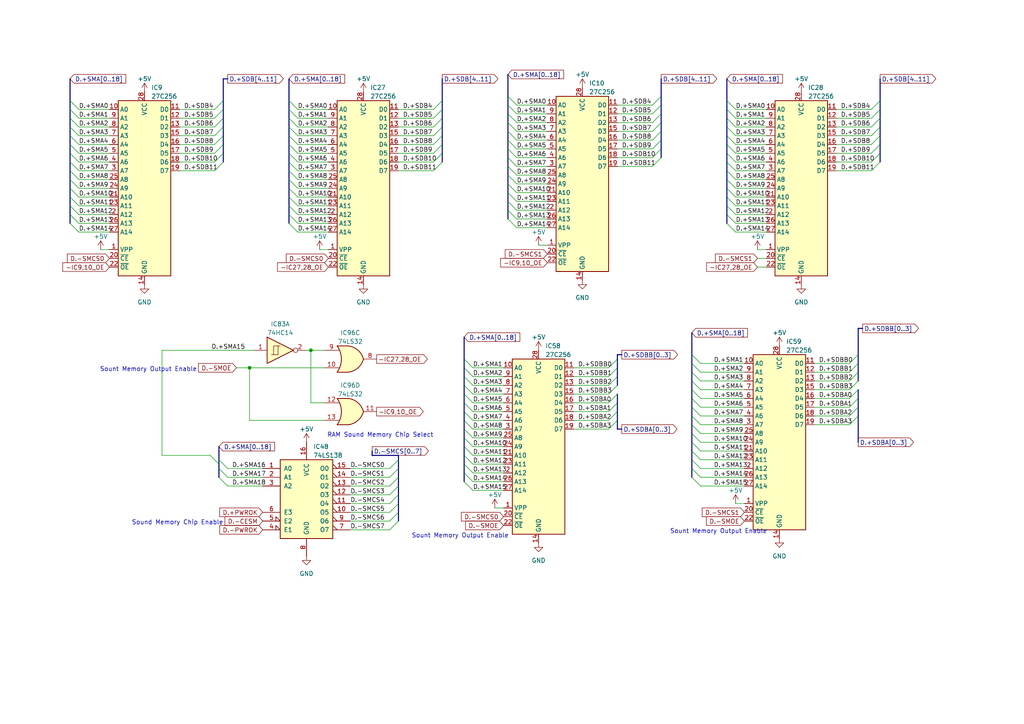
<source format=kicad_sch>
(kicad_sch (version 20230121) (generator eeschema)
  (paper "A4")
  (lib_symbols
    (symbol "74xx:74HC14" (pin_names (offset 1.016))
      (property "Reference" "U" (at 0 1.27 0))
      (property "Value" "74HC14" (at 0 -1.27 0))
      (symbol "74HC14_1_0"
        (pin input line (at -7.62 0 0) (length 3.81) (name "~") (number "1"))
        (pin output inverted (at 7.62 0 180) (length 3.81) (name "~") (number "2"))
      )
      (symbol "74HC14_2_0"
        (pin input line (at -7.62 0 0) (length 3.81) (name "~") (number "3"))
        (pin output inverted (at 7.62 0 180) (length 3.81) (name "~") (number "4"))
      )
      (symbol "74HC14_3_0"
        (pin input line (at -7.62 0 0) (length 3.81) (name "~") (number "5"))
        (pin output inverted (at 7.62 0 180) (length 3.81) (name "~") (number "6"))
      )
      (symbol "74HC14_4_0"
        (pin output inverted (at 7.62 0 180) (length 3.81) (name "~") (number "8"))
        (pin input line (at -7.62 0 0) (length 3.81) (name "~") (number "9"))
      )
      (symbol "74HC14_5_0"
        (pin output inverted (at 7.62 0 180) (length 3.81) (name "~") (number "10"))
        (pin input line (at -7.62 0 0) (length 3.81) (name "~") (number "11"))
      )
      (symbol "74HC14_6_0"
        (pin output inverted (at 7.62 0 180) (length 3.81) (name "~") (number "12"))
        (pin input line (at -7.62 0 0) (length 3.81) (name "~") (number "13"))
      )
      (symbol "74HC14_7_0"
        (pin power_in line (at 0 12.7 270) (length 5.08) (name "VCC") (number "14"))
        (pin power_in line (at 0 -12.7 90) (length 5.08) (name "GND") (number "7"))
      )
    )
    (symbol "74xx:74LS138" (pin_names (offset 1.016))
      (property "Reference" "U" (at -7.62 11.43 0))
      (property "Value" "74LS138" (at -7.62 -13.97 0))
      (symbol "74LS138_1_0"
        (pin input line (at -12.7 7.62 0) (length 5.08) (name "A0") (number "1"))
        (pin output output_low (at 12.7 -5.08 180) (length 5.08) (name "O5") (number "10"))
        (pin output output_low (at 12.7 -2.54 180) (length 5.08) (name "O4") (number "11"))
        (pin output output_low (at 12.7 0 180) (length 5.08) (name "O3") (number "12"))
        (pin output output_low (at 12.7 2.54 180) (length 5.08) (name "O2") (number "13"))
        (pin output output_low (at 12.7 5.08 180) (length 5.08) (name "O1") (number "14"))
        (pin output output_low (at 12.7 7.62 180) (length 5.08) (name "O0") (number "15"))
        (pin power_in line (at 0 15.24 270) (length 5.08) (name "VCC") (number "16"))
        (pin input line (at -12.7 5.08 0) (length 5.08) (name "A1") (number "2"))
        (pin input line (at -12.7 2.54 0) (length 5.08) (name "A2") (number "3"))
        (pin input input_low (at -12.7 -10.16 0) (length 5.08) (name "E1") (number "4"))
        (pin input input_low (at -12.7 -7.62 0) (length 5.08) (name "E2") (number "5"))
        (pin input line (at -12.7 -5.08 0) (length 5.08) (name "E3") (number "6"))
        (pin output output_low (at 12.7 -10.16 180) (length 5.08) (name "O7") (number "7"))
        (pin power_in line (at 0 -17.78 90) (length 5.08) (name "GND") (number "8"))
        (pin output output_low (at 12.7 -7.62 180) (length 5.08) (name "O6") (number "9"))
      )
    )
    (symbol "74xx:74LS32" (pin_names (offset 1.016))
      (property "Reference" "U" (at 0 1.27 0))
      (property "Value" "74LS32" (at 0 -1.27 0))
      (symbol "74LS32_1_1"
        (pin input line (at -7.62 2.54 0) (length 4.318) (name "~") (number "1"))
        (pin input line (at -7.62 -2.54 0) (length 4.318) (name "~") (number "2"))
        (pin output line (at 7.62 0 180) (length 3.81) (name "~") (number "3"))
      )
      (symbol "74LS32_1_2"
        (pin input inverted (at -7.62 2.54 0) (length 3.81) (name "~") (number "1"))
        (pin input inverted (at -7.62 -2.54 0) (length 3.81) (name "~") (number "2"))
        (pin output inverted (at 7.62 0 180) (length 3.81) (name "~") (number "3"))
      )
      (symbol "74LS32_2_1"
        (pin input line (at -7.62 2.54 0) (length 4.318) (name "~") (number "4"))
        (pin input line (at -7.62 -2.54 0) (length 4.318) (name "~") (number "5"))
        (pin output line (at 7.62 0 180) (length 3.81) (name "~") (number "6"))
      )
      (symbol "74LS32_2_2"
        (pin input inverted (at -7.62 2.54 0) (length 3.81) (name "~") (number "4"))
        (pin input inverted (at -7.62 -2.54 0) (length 3.81) (name "~") (number "5"))
        (pin output inverted (at 7.62 0 180) (length 3.81) (name "~") (number "6"))
      )
      (symbol "74LS32_3_1"
        (pin input line (at -7.62 -2.54 0) (length 4.318) (name "~") (number "10"))
        (pin output line (at 7.62 0 180) (length 3.81) (name "~") (number "8"))
        (pin input line (at -7.62 2.54 0) (length 4.318) (name "~") (number "9"))
      )
      (symbol "74LS32_3_2"
        (pin input inverted (at -7.62 -2.54 0) (length 3.81) (name "~") (number "10"))
        (pin output inverted (at 7.62 0 180) (length 3.81) (name "~") (number "8"))
        (pin input inverted (at -7.62 2.54 0) (length 3.81) (name "~") (number "9"))
      )
      (symbol "74LS32_4_1"
        (pin output line (at 7.62 0 180) (length 3.81) (name "~") (number "11"))
        (pin input line (at -7.62 2.54 0) (length 4.318) (name "~") (number "12"))
        (pin input line (at -7.62 -2.54 0) (length 4.318) (name "~") (number "13"))
      )
      (symbol "74LS32_4_2"
        (pin output inverted (at 7.62 0 180) (length 3.81) (name "~") (number "11"))
        (pin input inverted (at -7.62 2.54 0) (length 3.81) (name "~") (number "12"))
        (pin input inverted (at -7.62 -2.54 0) (length 3.81) (name "~") (number "13"))
      )
      (symbol "74LS32_5_0"
        (pin power_in line (at 0 12.7 270) (length 5.08) (name "VCC") (number "14"))
        (pin power_in line (at 0 -12.7 90) (length 5.08) (name "GND") (number "7"))
      )
    )
    (symbol "Memory_EPROM:27C256"
      (property "Reference" "U" (at -7.62 26.67 0))
      (property "Value" "27C256" (at 2.54 -26.67 0))
      (symbol "27C256_1_1"
        (pin input line (at -10.16 -17.78 0) (length 2.54) (name "VPP") (number "1"))
        (pin input line (at -10.16 22.86 0) (length 2.54) (name "A0") (number "10"))
        (pin tri_state line (at 10.16 22.86 180) (length 2.54) (name "D0") (number "11"))
        (pin tri_state line (at 10.16 20.32 180) (length 2.54) (name "D1") (number "12"))
        (pin tri_state line (at 10.16 17.78 180) (length 2.54) (name "D2") (number "13"))
        (pin power_in line (at 0 -27.94 90) (length 2.54) (name "GND") (number "14"))
        (pin tri_state line (at 10.16 15.24 180) (length 2.54) (name "D3") (number "15"))
        (pin tri_state line (at 10.16 12.7 180) (length 2.54) (name "D4") (number "16"))
        (pin tri_state line (at 10.16 10.16 180) (length 2.54) (name "D5") (number "17"))
        (pin tri_state line (at 10.16 7.62 180) (length 2.54) (name "D6") (number "18"))
        (pin tri_state line (at 10.16 5.08 180) (length 2.54) (name "D7") (number "19"))
        (pin input line (at -10.16 -7.62 0) (length 2.54) (name "A12") (number "2"))
        (pin input line (at -10.16 -20.32 0) (length 2.54) (name "~{CE}") (number "20"))
        (pin input line (at -10.16 -2.54 0) (length 2.54) (name "A10") (number "21"))
        (pin input line (at -10.16 -22.86 0) (length 2.54) (name "~{OE}") (number "22"))
        (pin input line (at -10.16 -5.08 0) (length 2.54) (name "A11") (number "23"))
        (pin input line (at -10.16 0 0) (length 2.54) (name "A9") (number "24"))
        (pin input line (at -10.16 2.54 0) (length 2.54) (name "A8") (number "25"))
        (pin input line (at -10.16 -10.16 0) (length 2.54) (name "A13") (number "26"))
        (pin input line (at -10.16 -12.7 0) (length 2.54) (name "A14") (number "27"))
        (pin power_in line (at 0 27.94 270) (length 2.54) (name "VCC") (number "28"))
        (pin input line (at -10.16 5.08 0) (length 2.54) (name "A7") (number "3"))
        (pin input line (at -10.16 7.62 0) (length 2.54) (name "A6") (number "4"))
        (pin input line (at -10.16 10.16 0) (length 2.54) (name "A5") (number "5"))
        (pin input line (at -10.16 12.7 0) (length 2.54) (name "A4") (number "6"))
        (pin input line (at -10.16 15.24 0) (length 2.54) (name "A3") (number "7"))
        (pin input line (at -10.16 17.78 0) (length 2.54) (name "A2") (number "8"))
        (pin input line (at -10.16 20.32 0) (length 2.54) (name "A1") (number "9"))
      )
    )
    (symbol "power:+5V" (power) (pin_names (offset 0))
      (property "Value" "+5V" (at 0 3.556 0))
      (symbol "+5V_1_1"
        (pin power_in line (at 0 0 90) (length 0) hide (name "+5V") (number "1"))
      )
    )
    (symbol "power:GND" (power) (pin_names (offset 0))
      (property "Value" "GND" (at 0 -3.81 0))
      (symbol "GND_1_1"
        (pin power_in line (at 0 0 270) (length 0) hide (name "GND") (number "1"))
      )
    )
  )
  (junction (at 72.39 106.68))
  (junction (at 90.17 101.6))
  (bus_entry (at 255.27 36.83) (size -2.54 2.54))
  (bus_entry (at 248.92 105.41) (size -2.54 2.54))
  (bus_entry (at 115.57 148.59) (size -2.54 2.54))
  (bus_entry (at 147.32 40.64) (size 2.54 2.54))
  (bus_entry (at 210.82 29.21) (size 2.54 2.54))
  (bus_entry (at 134.62 129.54) (size 2.54 2.54))
  (bus_entry (at 134.62 116.84) (size 2.54 2.54))
  (bus_entry (at 248.92 115.57) (size -2.54 2.54))
  (bus_entry (at 210.82 36.83) (size 2.54 2.54))
  (bus_entry (at 179.07 104.14) (size -2.54 2.54))
  (bus_entry (at 128.27 46.99) (size -2.54 2.54))
  (bus_entry (at 200.66 138.43) (size 2.54 2.54))
  (bus_entry (at 200.66 113.03) (size 2.54 2.54))
  (bus_entry (at 128.27 31.75) (size -2.54 2.54))
  (bus_entry (at 179.07 109.22) (size -2.54 2.54))
  (bus_entry (at 179.07 119.38) (size -2.54 2.54))
  (bus_entry (at 210.82 54.61) (size 2.54 2.54))
  (bus_entry (at 63.5 134.62) (size -2.54 -2.54))
  (bus_entry (at 200.66 107.95) (size 2.54 2.54))
  (bus_entry (at 248.92 110.49) (size -2.54 2.54))
  (bus_entry (at 128.27 36.83) (size -2.54 2.54))
  (bus_entry (at 200.66 115.57) (size 2.54 2.54))
  (bus_entry (at 83.82 64.77) (size 2.54 2.54))
  (bus_entry (at 134.62 139.7) (size 2.54 2.54))
  (bus_entry (at 83.82 39.37) (size 2.54 2.54))
  (bus_entry (at 255.27 41.91) (size -2.54 2.54))
  (bus_entry (at 83.82 49.53) (size 2.54 2.54))
  (bus_entry (at 83.82 46.99) (size 2.54 2.54))
  (bus_entry (at 128.27 29.21) (size -2.54 2.54))
  (bus_entry (at 83.82 62.23) (size 2.54 2.54))
  (bus_entry (at 147.32 45.72) (size 2.54 2.54))
  (bus_entry (at 134.62 106.68) (size 2.54 2.54))
  (bus_entry (at 255.27 46.99) (size -2.54 2.54))
  (bus_entry (at 115.57 133.35) (size -2.54 2.54))
  (bus_entry (at 248.92 118.11) (size -2.54 2.54))
  (bus_entry (at 255.27 29.21) (size -2.54 2.54))
  (bus_entry (at 83.82 34.29) (size 2.54 2.54))
  (bus_entry (at 20.32 36.83) (size 2.54 2.54))
  (bus_entry (at 147.32 60.96) (size 2.54 2.54))
  (bus_entry (at 115.57 151.13) (size -2.54 2.54))
  (bus_entry (at 20.32 29.21) (size 2.54 2.54))
  (bus_entry (at 83.82 31.75) (size 2.54 2.54))
  (bus_entry (at 128.27 34.29) (size -2.54 2.54))
  (bus_entry (at 210.82 34.29) (size 2.54 2.54))
  (bus_entry (at 210.82 39.37) (size 2.54 2.54))
  (bus_entry (at 200.66 133.35) (size 2.54 2.54))
  (bus_entry (at 200.66 118.11) (size 2.54 2.54))
  (bus_entry (at 20.32 57.15) (size 2.54 2.54))
  (bus_entry (at 210.82 49.53) (size 2.54 2.54))
  (bus_entry (at 20.32 44.45) (size 2.54 2.54))
  (bus_entry (at 147.32 53.34) (size 2.54 2.54))
  (bus_entry (at 83.82 29.21) (size 2.54 2.54))
  (bus_entry (at 147.32 33.02) (size 2.54 2.54))
  (bus_entry (at 255.27 31.75) (size -2.54 2.54))
  (bus_entry (at 147.32 58.42) (size 2.54 2.54))
  (bus_entry (at 255.27 39.37) (size -2.54 2.54))
  (bus_entry (at 191.77 43.18) (size -2.54 2.54))
  (bus_entry (at 147.32 38.1) (size 2.54 2.54))
  (bus_entry (at 147.32 30.48) (size 2.54 2.54))
  (bus_entry (at 210.82 57.15) (size 2.54 2.54))
  (bus_entry (at 64.77 36.83) (size -2.54 2.54))
  (bus_entry (at 115.57 146.05) (size -2.54 2.54))
  (bus_entry (at 210.82 44.45) (size 2.54 2.54))
  (bus_entry (at 255.27 44.45) (size -2.54 2.54))
  (bus_entry (at 64.77 46.99) (size -2.54 2.54))
  (bus_entry (at 147.32 50.8) (size 2.54 2.54))
  (bus_entry (at 115.57 135.89) (size -2.54 2.54))
  (bus_entry (at 210.82 52.07) (size 2.54 2.54))
  (bus_entry (at 115.57 143.51) (size -2.54 2.54))
  (bus_entry (at 147.32 48.26) (size 2.54 2.54))
  (bus_entry (at 147.32 43.18) (size 2.54 2.54))
  (bus_entry (at 200.66 125.73) (size 2.54 2.54))
  (bus_entry (at 83.82 52.07) (size 2.54 2.54))
  (bus_entry (at 20.32 31.75) (size 2.54 2.54))
  (bus_entry (at 20.32 41.91) (size 2.54 2.54))
  (bus_entry (at 200.66 135.89) (size 2.54 2.54))
  (bus_entry (at 255.27 34.29) (size -2.54 2.54))
  (bus_entry (at 210.82 59.69) (size 2.54 2.54))
  (bus_entry (at 200.66 102.87) (size 2.54 2.54))
  (bus_entry (at 20.32 34.29) (size 2.54 2.54))
  (bus_entry (at 200.66 105.41) (size 2.54 2.54))
  (bus_entry (at 191.77 30.48) (size -2.54 2.54))
  (bus_entry (at 147.32 27.94) (size 2.54 2.54))
  (bus_entry (at 210.82 31.75) (size 2.54 2.54))
  (bus_entry (at 179.07 106.68) (size -2.54 2.54))
  (bus_entry (at 83.82 57.15) (size 2.54 2.54))
  (bus_entry (at 210.82 46.99) (size 2.54 2.54))
  (bus_entry (at 134.62 124.46) (size 2.54 2.54))
  (bus_entry (at 191.77 40.64) (size -2.54 2.54))
  (bus_entry (at 64.77 29.21) (size -2.54 2.54))
  (bus_entry (at 200.66 110.49) (size 2.54 2.54))
  (bus_entry (at 63.5 133.35) (size 2.54 2.54))
  (bus_entry (at 179.07 121.92) (size -2.54 2.54))
  (bus_entry (at 210.82 62.23) (size 2.54 2.54))
  (bus_entry (at 134.62 127) (size 2.54 2.54))
  (bus_entry (at 83.82 36.83) (size 2.54 2.54))
  (bus_entry (at 248.92 120.65) (size -2.54 2.54))
  (bus_entry (at 64.77 44.45) (size -2.54 2.54))
  (bus_entry (at 191.77 33.02) (size -2.54 2.54))
  (bus_entry (at 134.62 109.22) (size 2.54 2.54))
  (bus_entry (at 191.77 27.94) (size -2.54 2.54))
  (bus_entry (at 134.62 121.92) (size 2.54 2.54))
  (bus_entry (at 63.5 135.89) (size 2.54 2.54))
  (bus_entry (at 179.07 111.76) (size -2.54 2.54))
  (bus_entry (at 210.82 64.77) (size 2.54 2.54))
  (bus_entry (at 147.32 35.56) (size 2.54 2.54))
  (bus_entry (at 210.82 41.91) (size 2.54 2.54))
  (bus_entry (at 134.62 119.38) (size 2.54 2.54))
  (bus_entry (at 200.66 130.81) (size 2.54 2.54))
  (bus_entry (at 191.77 38.1) (size -2.54 2.54))
  (bus_entry (at 64.77 39.37) (size -2.54 2.54))
  (bus_entry (at 248.92 113.03) (size -2.54 2.54))
  (bus_entry (at 20.32 39.37) (size 2.54 2.54))
  (bus_entry (at 20.32 52.07) (size 2.54 2.54))
  (bus_entry (at 134.62 114.3) (size 2.54 2.54))
  (bus_entry (at 134.62 134.62) (size 2.54 2.54))
  (bus_entry (at 63.5 138.43) (size 2.54 2.54))
  (bus_entry (at 115.57 140.97) (size -2.54 2.54))
  (bus_entry (at 115.57 138.43) (size -2.54 2.54))
  (bus_entry (at 20.32 54.61) (size 2.54 2.54))
  (bus_entry (at 83.82 59.69) (size 2.54 2.54))
  (bus_entry (at 191.77 35.56) (size -2.54 2.54))
  (bus_entry (at 64.77 31.75) (size -2.54 2.54))
  (bus_entry (at 83.82 54.61) (size 2.54 2.54))
  (bus_entry (at 64.77 41.91) (size -2.54 2.54))
  (bus_entry (at 134.62 104.14) (size 2.54 2.54))
  (bus_entry (at 200.66 128.27) (size 2.54 2.54))
  (bus_entry (at 20.32 46.99) (size 2.54 2.54))
  (bus_entry (at 179.07 116.84) (size -2.54 2.54))
  (bus_entry (at 20.32 49.53) (size 2.54 2.54))
  (bus_entry (at 200.66 120.65) (size 2.54 2.54))
  (bus_entry (at 83.82 41.91) (size 2.54 2.54))
  (bus_entry (at 128.27 39.37) (size -2.54 2.54))
  (bus_entry (at 200.66 123.19) (size 2.54 2.54))
  (bus_entry (at 83.82 44.45) (size 2.54 2.54))
  (bus_entry (at 248.92 107.95) (size -2.54 2.54))
  (bus_entry (at 128.27 44.45) (size -2.54 2.54))
  (bus_entry (at 147.32 63.5) (size 2.54 2.54))
  (bus_entry (at 191.77 45.72) (size -2.54 2.54))
  (bus_entry (at 20.32 59.69) (size 2.54 2.54))
  (bus_entry (at 20.32 64.77) (size 2.54 2.54))
  (bus_entry (at 20.32 62.23) (size 2.54 2.54))
  (bus_entry (at 147.32 55.88) (size 2.54 2.54))
  (bus_entry (at 134.62 137.16) (size 2.54 2.54))
  (bus_entry (at 248.92 102.87) (size -2.54 2.54))
  (bus_entry (at 179.07 114.3) (size -2.54 2.54))
  (bus_entry (at 134.62 132.08) (size 2.54 2.54))
  (bus_entry (at 128.27 41.91) (size -2.54 2.54))
  (bus_entry (at 134.62 111.76) (size 2.54 2.54))
  (bus_entry (at 64.77 34.29) (size -2.54 2.54))
  (wire (pts (xy 29.21 72.39) (xy 31.75 72.39)))
  (bus (pts (xy 115.57 135.89) (xy 115.57 138.43)))
  (bus (pts (xy 20.32 22.86) (xy 20.32 29.21)))
  (bus (pts (xy 128.27 39.37) (xy 128.27 41.91)))
  (bus (pts (xy 200.66 125.73) (xy 200.66 128.27)))
  (bus (pts (xy 20.32 54.61) (xy 20.32 57.15)))
  (wire (pts (xy 86.36 57.15) (xy 95.25 57.15)))
  (wire (pts (xy 101.6 151.13) (xy 113.03 151.13)))
  (wire (pts (xy 52.07 39.37) (xy 62.23 39.37)))
  (wire (pts (xy 22.86 64.77) (xy 31.75 64.77)))
  (bus (pts (xy 255.27 36.83) (xy 255.27 39.37)))
  (wire (pts (xy 90.17 101.6) (xy 93.98 101.6)))
  (wire (pts (xy 137.16 129.54) (xy 146.05 129.54)))
  (bus (pts (xy 64.77 22.86) (xy 64.77 29.21)))
  (wire (pts (xy 73.66 101.6) (xy 46.99 101.6)))
  (bus (pts (xy 128.27 22.86) (xy 128.27 29.21)))
  (wire (pts (xy 66.04 138.43) (xy 76.2 138.43)))
  (wire (pts (xy 213.36 31.75) (xy 222.25 31.75)))
  (bus (pts (xy 128.27 44.45) (xy 128.27 46.99)))
  (bus (pts (xy 83.82 59.69) (xy 83.82 62.23)))
  (wire (pts (xy 86.36 36.83) (xy 95.25 36.83)))
  (wire (pts (xy 236.22 107.95) (xy 246.38 107.95)))
  (bus (pts (xy 64.77 39.37) (xy 64.77 41.91)))
  (wire (pts (xy 46.99 132.08) (xy 60.96 132.08)))
  (bus (pts (xy 191.77 33.02) (xy 191.77 35.56)))
  (bus (pts (xy 83.82 31.75) (xy 83.82 34.29)))
  (wire (pts (xy 22.86 59.69) (xy 31.75 59.69)))
  (bus (pts (xy 83.82 62.23) (xy 83.82 64.77)))
  (wire (pts (xy 149.86 38.1) (xy 158.75 38.1)))
  (bus (pts (xy 147.32 40.64) (xy 147.32 43.18)))
  (bus (pts (xy 147.32 38.1) (xy 147.32 40.64)))
  (wire (pts (xy 137.16 109.22) (xy 146.05 109.22)))
  (wire (pts (xy 86.36 52.07) (xy 95.25 52.07)))
  (wire (pts (xy 86.36 67.31) (xy 95.25 67.31)))
  (wire (pts (xy 166.37 119.38) (xy 176.53 119.38)))
  (wire (pts (xy 219.71 72.39) (xy 222.25 72.39)))
  (wire (pts (xy 101.6 146.05) (xy 113.03 146.05)))
  (bus (pts (xy 20.32 49.53) (xy 20.32 52.07)))
  (bus (pts (xy 147.32 48.26) (xy 147.32 50.8)))
  (bus (pts (xy 83.82 41.91) (xy 83.82 44.45)))
  (bus (pts (xy 20.32 41.91) (xy 20.32 44.45)))
  (bus (pts (xy 83.82 36.83) (xy 83.82 39.37)))
  (wire (pts (xy 149.86 45.72) (xy 158.75 45.72)))
  (wire (pts (xy 242.57 39.37) (xy 252.73 39.37)))
  (bus (pts (xy 134.62 104.14) (xy 134.62 106.68)))
  (bus (pts (xy 200.66 135.89) (xy 200.66 138.43)))
  (wire (pts (xy 213.36 54.61) (xy 222.25 54.61)))
  (wire (pts (xy 242.57 31.75) (xy 252.73 31.75)))
  (wire (pts (xy 213.36 36.83) (xy 222.25 36.83)))
  (wire (pts (xy 22.86 31.75) (xy 31.75 31.75)))
  (bus (pts (xy 179.07 116.84) (xy 179.07 119.38)))
  (bus (pts (xy 248.92 118.11) (xy 248.92 120.65)))
  (bus (pts (xy 255.27 44.45) (xy 255.27 46.99)))
  (bus (pts (xy 200.66 96.52) (xy 200.66 102.87)))
  (bus (pts (xy 134.62 97.79) (xy 134.62 104.14)))
  (wire (pts (xy 236.22 120.65) (xy 246.38 120.65)))
  (wire (pts (xy 166.37 116.84) (xy 176.53 116.84)))
  (wire (pts (xy 149.86 30.48) (xy 158.75 30.48)))
  (wire (pts (xy 222.25 74.93) (xy 219.71 74.93)))
  (wire (pts (xy 213.36 34.29) (xy 222.25 34.29)))
  (bus (pts (xy 134.62 111.76) (xy 134.62 114.3)))
  (bus (pts (xy 134.62 109.22) (xy 134.62 111.76)))
  (wire (pts (xy 101.6 140.97) (xy 113.03 140.97)))
  (bus (pts (xy 200.66 113.03) (xy 200.66 115.57)))
  (wire (pts (xy 166.37 114.3) (xy 176.53 114.3)))
  (bus (pts (xy 64.77 34.29) (xy 64.77 36.83)))
  (wire (pts (xy 149.86 63.5) (xy 158.75 63.5)))
  (bus (pts (xy 147.32 53.34) (xy 147.32 55.88)))
  (bus (pts (xy 115.57 133.35) (xy 115.57 135.89)))
  (wire (pts (xy 213.36 67.31) (xy 222.25 67.31)))
  (wire (pts (xy 93.98 121.92) (xy 72.39 121.92)))
  (bus (pts (xy 83.82 39.37) (xy 83.82 41.91)))
  (wire (pts (xy 242.57 49.53) (xy 252.73 49.53)))
  (wire (pts (xy 179.07 35.56) (xy 189.23 35.56)))
  (wire (pts (xy 101.6 148.59) (xy 113.03 148.59)))
  (wire (pts (xy 137.16 121.92) (xy 146.05 121.92)))
  (bus (pts (xy 83.82 49.53) (xy 83.82 52.07)))
  (bus (pts (xy 134.62 129.54) (xy 134.62 132.08)))
  (wire (pts (xy 166.37 109.22) (xy 176.53 109.22)))
  (wire (pts (xy 22.86 54.61) (xy 31.75 54.61)))
  (bus (pts (xy 200.66 120.65) (xy 200.66 123.19)))
  (wire (pts (xy 22.86 34.29) (xy 31.75 34.29)))
  (wire (pts (xy 179.07 43.18) (xy 189.23 43.18)))
  (wire (pts (xy 137.16 127) (xy 146.05 127)))
  (wire (pts (xy 149.86 50.8) (xy 158.75 50.8)))
  (bus (pts (xy 210.82 46.99) (xy 210.82 49.53)))
  (bus (pts (xy 210.82 59.69) (xy 210.82 62.23)))
  (bus (pts (xy 210.82 62.23) (xy 210.82 64.77)))
  (bus (pts (xy 200.66 105.41) (xy 200.66 107.95)))
  (bus (pts (xy 64.77 41.91) (xy 64.77 44.45)))
  (wire (pts (xy 203.2 130.81) (xy 215.9 130.81)))
  (bus (pts (xy 83.82 34.29) (xy 83.82 36.83)))
  (bus (pts (xy 179.07 102.87) (xy 180.34 102.87)))
  (bus (pts (xy 134.62 116.84) (xy 134.62 119.38)))
  (bus (pts (xy 128.27 29.21) (xy 128.27 31.75)))
  (wire (pts (xy 179.07 40.64) (xy 189.23 40.64)))
  (wire (pts (xy 86.36 44.45) (xy 95.25 44.45)))
  (bus (pts (xy 134.62 121.92) (xy 134.62 124.46)))
  (bus (pts (xy 179.07 104.14) (xy 179.07 106.68)))
  (bus (pts (xy 179.07 114.3) (xy 179.07 116.84)))
  (bus (pts (xy 210.82 34.29) (xy 210.82 36.83)))
  (bus (pts (xy 134.62 132.08) (xy 134.62 134.62)))
  (bus (pts (xy 115.57 148.59) (xy 115.57 151.13)))
  (bus (pts (xy 20.32 44.45) (xy 20.32 46.99)))
  (wire (pts (xy 115.57 31.75) (xy 125.73 31.75)))
  (wire (pts (xy 52.07 31.75) (xy 62.23 31.75)))
  (wire (pts (xy 213.36 57.15) (xy 222.25 57.15)))
  (bus (pts (xy 20.32 39.37) (xy 20.32 41.91)))
  (bus (pts (xy 147.32 30.48) (xy 147.32 33.02)))
  (wire (pts (xy 236.22 123.19) (xy 246.38 123.19)))
  (wire (pts (xy 213.36 146.05) (xy 215.9 146.05)))
  (wire (pts (xy 156.21 71.12) (xy 158.75 71.12)))
  (bus (pts (xy 63.5 135.89) (xy 63.5 138.43)))
  (bus (pts (xy 248.92 107.95) (xy 248.92 110.49)))
  (wire (pts (xy 115.57 46.99) (xy 125.73 46.99)))
  (bus (pts (xy 179.07 106.68) (xy 179.07 109.22)))
  (bus (pts (xy 200.66 110.49) (xy 200.66 113.03)))
  (wire (pts (xy 66.04 140.97) (xy 76.2 140.97)))
  (wire (pts (xy 213.36 46.99) (xy 222.25 46.99)))
  (wire (pts (xy 213.36 62.23) (xy 222.25 62.23)))
  (bus (pts (xy 200.66 133.35) (xy 200.66 135.89)))
  (wire (pts (xy 179.07 48.26) (xy 189.23 48.26)))
  (wire (pts (xy 242.57 44.45) (xy 252.73 44.45)))
  (bus (pts (xy 210.82 44.45) (xy 210.82 46.99)))
  (wire (pts (xy 52.07 44.45) (xy 62.23 44.45)))
  (bus (pts (xy 147.32 33.02) (xy 147.32 35.56)))
  (wire (pts (xy 115.57 49.53) (xy 125.73 49.53)))
  (wire (pts (xy 115.57 34.29) (xy 125.73 34.29)))
  (bus (pts (xy 210.82 22.86) (xy 210.82 29.21)))
  (bus (pts (xy 134.62 119.38) (xy 134.62 121.92)))
  (wire (pts (xy 213.36 59.69) (xy 222.25 59.69)))
  (bus (pts (xy 200.66 118.11) (xy 200.66 120.65)))
  (wire (pts (xy 137.16 114.3) (xy 146.05 114.3)))
  (bus (pts (xy 147.32 60.96) (xy 147.32 63.5)))
  (wire (pts (xy 86.36 46.99) (xy 95.25 46.99)))
  (wire (pts (xy 203.2 140.97) (xy 215.9 140.97)))
  (wire (pts (xy 203.2 120.65) (xy 215.9 120.65)))
  (bus (pts (xy 200.66 130.81) (xy 200.66 133.35)))
  (wire (pts (xy 166.37 121.92) (xy 176.53 121.92)))
  (bus (pts (xy 63.5 134.62) (xy 63.5 135.89)))
  (wire (pts (xy 236.22 110.49) (xy 246.38 110.49)))
  (wire (pts (xy 137.16 106.68) (xy 146.05 106.68)))
  (wire (pts (xy 203.2 128.27) (xy 215.9 128.27)))
  (bus (pts (xy 255.27 39.37) (xy 255.27 41.91)))
  (bus (pts (xy 83.82 57.15) (xy 83.82 59.69)))
  (bus (pts (xy 255.27 31.75) (xy 255.27 34.29)))
  (bus (pts (xy 250.19 95.25) (xy 248.92 95.25)))
  (bus (pts (xy 128.27 34.29) (xy 128.27 36.83)))
  (wire (pts (xy 22.86 36.83) (xy 31.75 36.83)))
  (wire (pts (xy 101.6 143.51) (xy 113.03 143.51)))
  (bus (pts (xy 83.82 46.99) (xy 83.82 49.53)))
  (bus (pts (xy 255.27 34.29) (xy 255.27 36.83)))
  (wire (pts (xy 137.16 111.76) (xy 146.05 111.76)))
  (wire (pts (xy 22.86 46.99) (xy 31.75 46.99)))
  (wire (pts (xy 137.16 124.46) (xy 146.05 124.46)))
  (wire (pts (xy 203.2 123.19) (xy 215.9 123.19)))
  (wire (pts (xy 137.16 137.16) (xy 146.05 137.16)))
  (bus (pts (xy 210.82 54.61) (xy 210.82 57.15)))
  (bus (pts (xy 147.32 55.88) (xy 147.32 58.42)))
  (bus (pts (xy 147.32 27.94) (xy 147.32 30.48)))
  (bus (pts (xy 63.5 129.54) (xy 63.5 133.35)))
  (wire (pts (xy 203.2 113.03) (xy 215.9 113.03)))
  (wire (pts (xy 149.86 43.18) (xy 158.75 43.18)))
  (wire (pts (xy 166.37 124.46) (xy 176.53 124.46)))
  (wire (pts (xy 137.16 142.24) (xy 146.05 142.24)))
  (bus (pts (xy 180.34 124.46) (xy 179.07 124.46)))
  (bus (pts (xy 107.95 130.81) (xy 107.95 132.08)))
  (wire (pts (xy 203.2 125.73) (xy 215.9 125.73)))
  (wire (pts (xy 22.86 62.23) (xy 31.75 62.23)))
  (bus (pts (xy 248.92 113.03) (xy 248.92 115.57)))
  (wire (pts (xy 101.6 153.67) (xy 113.03 153.67)))
  (bus (pts (xy 83.82 54.61) (xy 83.82 57.15)))
  (bus (pts (xy 210.82 49.53) (xy 210.82 52.07)))
  (bus (pts (xy 83.82 44.45) (xy 83.82 46.99)))
  (bus (pts (xy 147.32 21.59) (xy 147.32 27.94)))
  (bus (pts (xy 248.92 105.41) (xy 248.92 107.95)))
  (wire (pts (xy 222.25 77.47) (xy 219.71 77.47)))
  (wire (pts (xy 86.36 39.37) (xy 95.25 39.37)))
  (wire (pts (xy 149.86 40.64) (xy 158.75 40.64)))
  (bus (pts (xy 191.77 40.64) (xy 191.77 43.18)))
  (wire (pts (xy 22.86 52.07) (xy 31.75 52.07)))
  (bus (pts (xy 20.32 59.69) (xy 20.32 62.23)))
  (wire (pts (xy 213.36 41.91) (xy 222.25 41.91)))
  (wire (pts (xy 149.86 60.96) (xy 158.75 60.96)))
  (bus (pts (xy 255.27 41.91) (xy 255.27 44.45)))
  (wire (pts (xy 115.57 36.83) (xy 125.73 36.83)))
  (bus (pts (xy 200.66 102.87) (xy 200.66 105.41)))
  (wire (pts (xy 213.36 64.77) (xy 222.25 64.77)))
  (bus (pts (xy 115.57 143.51) (xy 115.57 146.05)))
  (bus (pts (xy 115.57 140.97) (xy 115.57 143.51)))
  (wire (pts (xy 115.57 39.37) (xy 125.73 39.37)))
  (wire (pts (xy 242.57 46.99) (xy 252.73 46.99)))
  (bus (pts (xy 64.77 36.83) (xy 64.77 39.37)))
  (wire (pts (xy 22.86 67.31) (xy 31.75 67.31)))
  (bus (pts (xy 20.32 36.83) (xy 20.32 39.37)))
  (wire (pts (xy 86.36 41.91) (xy 95.25 41.91)))
  (wire (pts (xy 179.07 45.72) (xy 189.23 45.72)))
  (bus (pts (xy 134.62 106.68) (xy 134.62 109.22)))
  (bus (pts (xy 20.32 46.99) (xy 20.32 49.53)))
  (bus (pts (xy 107.95 132.08) (xy 115.57 132.08)))
  (bus (pts (xy 210.82 52.07) (xy 210.82 54.61)))
  (wire (pts (xy 149.86 66.04) (xy 158.75 66.04)))
  (bus (pts (xy 191.77 30.48) (xy 191.77 33.02)))
  (wire (pts (xy 52.07 49.53) (xy 62.23 49.53)))
  (bus (pts (xy 200.66 107.95) (xy 200.66 110.49)))
  (wire (pts (xy 52.07 46.99) (xy 62.23 46.99)))
  (wire (pts (xy 101.6 135.89) (xy 113.03 135.89)))
  (wire (pts (xy 115.57 44.45) (xy 125.73 44.45)))
  (bus (pts (xy 134.62 137.16) (xy 134.62 139.7)))
  (bus (pts (xy 191.77 27.94) (xy 191.77 30.48)))
  (wire (pts (xy 149.86 33.02) (xy 158.75 33.02)))
  (wire (pts (xy 72.39 121.92) (xy 72.39 106.68)))
  (bus (pts (xy 63.5 133.35) (xy 63.5 134.62)))
  (bus (pts (xy 115.57 138.43) (xy 115.57 140.97)))
  (bus (pts (xy 179.07 124.46) (xy 179.07 121.92)))
  (wire (pts (xy 68.58 106.68) (xy 72.39 106.68)))
  (wire (pts (xy 137.16 119.38) (xy 146.05 119.38)))
  (wire (pts (xy 242.57 36.83) (xy 252.73 36.83)))
  (wire (pts (xy 52.07 36.83) (xy 62.23 36.83)))
  (bus (pts (xy 134.62 127) (xy 134.62 129.54)))
  (bus (pts (xy 134.62 114.3) (xy 134.62 116.84)))
  (wire (pts (xy 92.71 72.39) (xy 95.25 72.39)))
  (wire (pts (xy 86.36 54.61) (xy 95.25 54.61)))
  (wire (pts (xy 86.36 34.29) (xy 95.25 34.29)))
  (wire (pts (xy 203.2 138.43) (xy 215.9 138.43)))
  (bus (pts (xy 147.32 35.56) (xy 147.32 38.1)))
  (bus (pts (xy 128.27 31.75) (xy 128.27 34.29)))
  (wire (pts (xy 46.99 101.6) (xy 46.99 132.08)))
  (wire (pts (xy 86.36 31.75) (xy 95.25 31.75)))
  (bus (pts (xy 210.82 29.21) (xy 210.82 31.75)))
  (bus (pts (xy 64.77 44.45) (xy 64.77 46.99)))
  (wire (pts (xy 22.86 39.37) (xy 31.75 39.37)))
  (wire (pts (xy 236.22 113.03) (xy 246.38 113.03)))
  (wire (pts (xy 236.22 118.11) (xy 246.38 118.11)))
  (wire (pts (xy 143.51 147.32) (xy 146.05 147.32)))
  (wire (pts (xy 203.2 110.49) (xy 215.9 110.49)))
  (bus (pts (xy 64.77 31.75) (xy 64.77 34.29)))
  (bus (pts (xy 210.82 36.83) (xy 210.82 39.37)))
  (wire (pts (xy 90.17 116.84) (xy 93.98 116.84)))
  (bus (pts (xy 128.27 36.83) (xy 128.27 39.37)))
  (bus (pts (xy 147.32 45.72) (xy 147.32 48.26)))
  (wire (pts (xy 52.07 34.29) (xy 62.23 34.29)))
  (bus (pts (xy 191.77 43.18) (xy 191.77 45.72)))
  (wire (pts (xy 213.36 44.45) (xy 222.25 44.45)))
  (bus (pts (xy 248.92 120.65) (xy 248.92 128.27)))
  (wire (pts (xy 242.57 34.29) (xy 252.73 34.29)))
  (wire (pts (xy 149.86 55.88) (xy 158.75 55.88)))
  (wire (pts (xy 179.07 30.48) (xy 189.23 30.48)))
  (bus (pts (xy 210.82 57.15) (xy 210.82 59.69)))
  (bus (pts (xy 200.66 128.27) (xy 200.66 130.81)))
  (wire (pts (xy 166.37 111.76) (xy 176.53 111.76)))
  (wire (pts (xy 90.17 101.6) (xy 90.17 116.84)))
  (bus (pts (xy 128.27 41.91) (xy 128.27 44.45)))
  (wire (pts (xy 86.36 62.23) (xy 95.25 62.23)))
  (wire (pts (xy 137.16 132.08) (xy 146.05 132.08)))
  (bus (pts (xy 66.04 22.86) (xy 64.77 22.86)))
  (bus (pts (xy 20.32 31.75) (xy 20.32 34.29)))
  (wire (pts (xy 213.36 49.53) (xy 222.25 49.53)))
  (wire (pts (xy 137.16 116.84) (xy 146.05 116.84)))
  (wire (pts (xy 213.36 52.07) (xy 222.25 52.07)))
  (bus (pts (xy 20.32 34.29) (xy 20.32 36.83)))
  (bus (pts (xy 191.77 22.86) (xy 191.77 27.94)))
  (wire (pts (xy 149.86 48.26) (xy 158.75 48.26)))
  (bus (pts (xy 179.07 119.38) (xy 179.07 121.92)))
  (wire (pts (xy 203.2 105.41) (xy 215.9 105.41)))
  (bus (pts (xy 134.62 134.62) (xy 134.62 137.16)))
  (wire (pts (xy 22.86 49.53) (xy 31.75 49.53)))
  (wire (pts (xy 22.86 44.45) (xy 31.75 44.45)))
  (wire (pts (xy 72.39 106.68) (xy 93.98 106.68)))
  (bus (pts (xy 210.82 39.37) (xy 210.82 41.91)))
  (bus (pts (xy 200.66 115.57) (xy 200.66 118.11)))
  (bus (pts (xy 115.57 146.05) (xy 115.57 148.59)))
  (wire (pts (xy 115.57 41.91) (xy 125.73 41.91)))
  (bus (pts (xy 20.32 57.15) (xy 20.32 59.69)))
  (bus (pts (xy 83.82 29.21) (xy 83.82 31.75)))
  (wire (pts (xy 88.9 101.6) (xy 90.17 101.6)))
  (wire (pts (xy 203.2 107.95) (xy 215.9 107.95)))
  (wire (pts (xy 203.2 133.35) (xy 215.9 133.35)))
  (bus (pts (xy 255.27 22.86) (xy 255.27 29.21)))
  (wire (pts (xy 66.04 135.89) (xy 76.2 135.89)))
  (bus (pts (xy 147.32 58.42) (xy 147.32 60.96)))
  (bus (pts (xy 147.32 50.8) (xy 147.32 53.34)))
  (wire (pts (xy 101.6 138.43) (xy 113.03 138.43)))
  (wire (pts (xy 22.86 57.15) (xy 31.75 57.15)))
  (wire (pts (xy 22.86 41.91) (xy 31.75 41.91)))
  (bus (pts (xy 115.57 132.08) (xy 115.57 133.35)))
  (wire (pts (xy 166.37 106.68) (xy 176.53 106.68)))
  (wire (pts (xy 149.86 35.56) (xy 158.75 35.56)))
  (bus (pts (xy 83.82 22.86) (xy 83.82 29.21)))
  (wire (pts (xy 137.16 139.7) (xy 146.05 139.7)))
  (wire (pts (xy 179.07 33.02) (xy 189.23 33.02)))
  (bus (pts (xy 200.66 123.19) (xy 200.66 125.73)))
  (wire (pts (xy 149.86 53.34) (xy 158.75 53.34)))
  (bus (pts (xy 191.77 38.1) (xy 191.77 40.64)))
  (wire (pts (xy 137.16 134.62) (xy 146.05 134.62)))
  (wire (pts (xy 236.22 115.57) (xy 246.38 115.57)))
  (wire (pts (xy 149.86 58.42) (xy 158.75 58.42)))
  (bus (pts (xy 147.32 43.18) (xy 147.32 45.72)))
  (wire (pts (xy 242.57 41.91) (xy 252.73 41.91)))
  (wire (pts (xy 86.36 64.77) (xy 95.25 64.77)))
  (wire (pts (xy 179.07 38.1) (xy 189.23 38.1)))
  (bus (pts (xy 210.82 31.75) (xy 210.82 34.29)))
  (bus (pts (xy 179.07 102.87) (xy 179.07 104.14)))
  (bus (pts (xy 191.77 35.56) (xy 191.77 38.1)))
  (bus (pts (xy 83.82 52.07) (xy 83.82 54.61)))
  (wire (pts (xy 203.2 118.11) (xy 215.9 118.11)))
  (wire (pts (xy 86.36 59.69) (xy 95.25 59.69)))
  (bus (pts (xy 20.32 62.23) (xy 20.32 64.77)))
  (wire (pts (xy 203.2 115.57) (xy 215.9 115.57)))
  (bus (pts (xy 248.92 102.87) (xy 248.92 105.41)))
  (bus (pts (xy 179.07 109.22) (xy 179.07 111.76)))
  (bus (pts (xy 20.32 52.07) (xy 20.32 54.61)))
  (wire (pts (xy 86.36 49.53) (xy 95.25 49.53)))
  (bus (pts (xy 255.27 29.21) (xy 255.27 31.75)))
  (bus (pts (xy 20.32 29.21) (xy 20.32 31.75)))
  (wire (pts (xy 52.07 41.91) (xy 62.23 41.91)))
  (bus (pts (xy 64.77 29.21) (xy 64.77 31.75)))
  (wire (pts (xy 213.36 39.37) (xy 222.25 39.37)))
  (bus (pts (xy 248.92 115.57) (xy 248.92 118.11)))
  (bus (pts (xy 210.82 41.91) (xy 210.82 44.45)))
  (wire (pts (xy 203.2 135.89) (xy 215.9 135.89)))
  (wire (pts (xy 236.22 105.41) (xy 246.38 105.41)))
  (bus (pts (xy 134.62 124.46) (xy 134.62 127)))
  (bus (pts (xy 248.92 95.25) (xy 248.92 102.87)))
  (text "Sount Memory Output Enable" (at 57.15 107.95 0) (effects (font (size 1.27 1.27)) (justify right bottom)))
  (text "Sount Memory Output Enable" (at 119.38 156.21 0) (effects (font (size 1.27 1.27)) (justify left bottom)))
  (text "Sound Memory Chip Enable" (at 64.77 152.4 0) (effects (font (size 1.27 1.27)) (justify right bottom)))
  (text "Sount Memory Output Enable" (at 194.31 154.94 0) (effects (font (size 1.27 1.27)) (justify left bottom)))
  (text "RAM Sound Memory Chip Select" (at 125.73 127 0) (effects (font (size 1.27 1.27)) (justify right bottom)))
  (label "D.+SDBB2" (at 167.64 111.76 0))
  (label "D.+SDB6" (at 116.84 36.83 0))
  (label "D.+SMA12" (at 207.01 133.35 0))
  (label "D.+SDB6" (at 243.84 36.83 0))
  (label "D.+SMA11" (at 213.36 59.69 0))
  (label "D.+SMA13" (at 22.86 64.77 0))
  (label "D.+SMA1" (at 22.86 34.29 0))
  (label "D.+SDB5" (at 116.84 34.29 0))
  (label "D.+SMA18" (at 67.31 140.97 0))
  (label "D.+SDB8" (at 180.34 40.64 0))
  (label "D.+SMA12" (at 137.16 134.62 0))
  (label "D.+SMA15" (at 207.01 140.97 0))
  (label "D.+SMA4" (at 86.36 41.91 0))
  (label "D.+SMA8" (at 22.86 52.07 0))
  (label "D.+SMA5" (at 149.86 43.18 0))
  (label "D.+SDBA0" (at 167.64 116.84 0))
  (label "D.+SDB8" (at 243.84 41.91 0))
  (label "D.+SMA9" (at 22.86 54.61 0))
  (label "D.+SMA12" (at 86.36 62.23 0))
  (label "D.+SDB11" (at 180.34 48.26 0))
  (label "D.+SMA7" (at 213.36 49.53 0))
  (label "D.+SDBA3" (at 167.64 124.46 0))
  (label "D.+SDBA1" (at 237.49 118.11 0))
  (label "D.+SMA5" (at 207.01 115.57 0))
  (label "D.+SMA7" (at 137.16 121.92 0))
  (label "D.+SMA11" (at 149.86 58.42 0))
  (label "D.+SDB11" (at 243.84 49.53 0))
  (label "D.+SMA4" (at 149.86 40.64 0))
  (label "D.+SMA3" (at 213.36 39.37 0))
  (label "D.+SMA2" (at 137.16 109.22 0))
  (label "D.+SMA4" (at 207.01 113.03 0))
  (label "D.+SDBA3" (at 237.49 123.19 0))
  (label "D.+SMA8" (at 213.36 52.07 0))
  (label "D.+SMA9" (at 137.16 127 0))
  (label "D.+SMA6" (at 213.36 46.99 0))
  (label "D.+SMA3" (at 149.86 38.1 0))
  (label "D.+SDB4" (at 243.84 31.75 0))
  (label "D.+SDB9" (at 116.84 44.45 0))
  (label "D.+SMA4" (at 22.86 41.91 0))
  (label "D.+SMA2" (at 86.36 36.83 0))
  (label "D.+SMA6" (at 149.86 45.72 0))
  (label "D.+SDBA0" (at 237.49 115.57 0))
  (label "D.+SMA8" (at 207.01 123.19 0))
  (label "D.+SMA14" (at 137.16 139.7 0))
  (label "D.+SMA14" (at 213.36 67.31 0))
  (label "D.+SDBB3" (at 237.49 113.03 0))
  (label "D.+SMA13" (at 149.86 63.5 0))
  (label "D.+SMA4" (at 213.36 41.91 0))
  (label "D.+SDB7" (at 116.84 39.37 0))
  (label "D.+SMA9" (at 207.01 125.73 0))
  (label "D.+SDB11" (at 116.84 49.53 0))
  (label "D.+SMA11" (at 22.86 59.69 0))
  (label "D.+SMA13" (at 207.01 135.89 0))
  (label "D.+SMA1" (at 149.86 33.02 0))
  (label "D.+SDB10" (at 53.34 46.99 0))
  (label "D.+SDBB2" (at 237.49 110.49 0))
  (label "D.+SDBA1" (at 167.64 119.38 0))
  (label "D.+SMA4" (at 137.16 114.3 0))
  (label "D.+SMA13" (at 137.16 137.16 0))
  (label "D.+SDB9" (at 180.34 43.18 0))
  (label "D.+SMA8" (at 149.86 50.8 0))
  (label "D.+SMA8" (at 86.36 52.07 0))
  (label "D.+SDB11" (at 53.34 49.53 0))
  (label "D.+SDBB0" (at 237.49 105.41 0))
  (label "D.+SMA6" (at 207.01 118.11 0))
  (label "D.+SMA10" (at 213.36 57.15 0))
  (label "D.+SMA17" (at 67.31 138.43 0))
  (label "D.+SMA9" (at 213.36 54.61 0))
  (label "D.+SDBB1" (at 167.64 109.22 0))
  (label "D.+SDBB1" (at 237.49 107.95 0))
  (label "D.-SMCS7" (at 101.6 153.67 0))
  (label "D.+SMA14" (at 207.01 138.43 0))
  (label "D.+SMA16" (at 67.31 135.89 0))
  (label "D.+SMA14" (at 149.86 66.04 0))
  (label "D.+SDB8" (at 116.84 41.91 0))
  (label "D.+SMA14" (at 22.86 67.31 0))
  (label "D.+SMA10" (at 22.86 57.15 0))
  (label "D.+SMA5" (at 213.36 44.45 0))
  (label "D.+SDBA2" (at 167.64 121.92 0))
  (label "D.+SDB10" (at 243.84 46.99 0))
  (label "D.+SDB7" (at 180.34 38.1 0))
  (label "D.+SDB4" (at 53.34 31.75 0))
  (label "D.+SMA12" (at 149.86 60.96 0))
  (label "D.+SDB7" (at 243.84 39.37 0))
  (label "D.+SMA6" (at 137.16 119.38 0))
  (label "D.+SDB10" (at 180.34 45.72 0))
  (label "D.+SMA0" (at 86.36 31.75 0))
  (label "D.+SDB6" (at 53.34 36.83 0))
  (label "D.+SDB8" (at 53.34 41.91 0))
  (label "D.+SMA0" (at 213.36 31.75 0))
  (label "D.+SMA7" (at 207.01 120.65 0))
  (label "D.+SMA1" (at 86.36 34.29 0))
  (label "D.+SMA3" (at 137.16 111.76 0))
  (label "D.+SMA5" (at 86.36 44.45 0))
  (label "D.+SDB6" (at 180.34 35.56 0))
  (label "D.+SMA3" (at 86.36 39.37 0))
  (label "D.+SDB4" (at 180.34 30.48 0))
  (label "D.-SMCS4" (at 101.6 146.05 0))
  (label "D.+SMA2" (at 207.01 107.95 0))
  (label "D.-SMCS1" (at 101.6 138.43 0))
  (label "D.+SMA0" (at 149.86 30.48 0))
  (label "D.+SMA15" (at 137.16 142.24 0))
  (label "D.+SMA7" (at 86.36 49.53 0))
  (label "D.+SMA2" (at 22.86 36.83 0))
  (label "D.+SDB9" (at 243.84 44.45 0))
  (label "D.+SMA10" (at 86.36 57.15 0))
  (label "D.+SDB5" (at 243.84 34.29 0))
  (label "D.+SMA2" (at 213.36 36.83 0))
  (label "D.+SMA11" (at 137.16 132.08 0))
  (label "D.+SMA11" (at 86.36 59.69 0))
  (label "D.+SMA3" (at 207.01 110.49 0))
  (label "D.+SDB9" (at 53.34 44.45 0))
  (label "D.+SDB5" (at 180.34 33.02 0))
  (label "D.+SDB10" (at 116.84 46.99 0))
  (label "D.+SMA8" (at 137.16 124.46 0))
  (label "D.+SMA2" (at 149.86 35.56 0))
  (label "D.+SMA12" (at 213.36 62.23 0))
  (label "D.+SMA9" (at 149.86 53.34 0))
  (label "D.-SMCS2" (at 101.6 140.97 0))
  (label "D.+SDBB0" (at 167.64 106.68 0))
  (label "D.+SMA10" (at 149.86 55.88 0))
  (label "D.+SMA1" (at 207.01 105.41 0))
  (label "D.+SMA1" (at 213.36 34.29 0))
  (label "D.+SMA1" (at 137.16 106.68 0))
  (label "D.-SMCS3" (at 101.6 143.51 0))
  (label "D.+SDBA2" (at 237.49 120.65 0))
  (label "D.+SMA6" (at 22.86 46.99 0))
  (label "D.+SDBB3" (at 167.64 114.3 0))
  (label "D.+SMA13" (at 86.36 64.77 0))
  (label "D.+SMA10" (at 207.01 128.27 0))
  (label "D.+SMA11" (at 207.01 130.81 0))
  (label "D.+SMA5" (at 137.16 116.84 0))
  (label "D.-SMCS6" (at 101.6 151.13 0))
  (label "D.+SMA14" (at 86.36 67.31 0))
  (label "D.+SMA15" (at 71.12 101.6 180))
  (label "D.+SMA6" (at 86.36 46.99 0))
  (label "D.+SMA7" (at 149.86 48.26 0))
  (label "D.+SDB7" (at 53.34 39.37 0))
  (label "D.+SMA0" (at 22.86 31.75 0))
  (label "D.+SDB4" (at 116.84 31.75 0))
  (label "D.+SMA7" (at 22.86 49.53 0))
  (label "D.+SMA12" (at 22.86 62.23 0))
  (label "D.+SMA10" (at 137.16 129.54 0))
  (label "D.+SMA9" (at 86.36 54.61 0))
  (label "D.+SMA5" (at 22.86 44.45 0))
  (label "D.+SMA13" (at 213.36 64.77 0))
  (label "D.-SMCS0" (at 101.6 135.89 0))
  (label "D.+SDB5" (at 53.34 34.29 0))
  (label "D.-SMCS5" (at 101.6 148.59 0))
  (label "D.+SMA3" (at 22.86 39.37 0))
  (global_label "D.-SMCS0" (shape input) (at 95.25 74.93 180) (property "Intersheetrefs" "${INTERSHEET_REFS}" (effects hide)))
  (global_label "D.+SDB[4..11]" (shape output) (at 128.27 22.86 0) (property "Intersheetrefs" "${INTERSHEET_REFS}" (effects hide)))
  (global_label "D.-SMCS[0..7]" (shape output) (at 107.95 130.81 0) (property "Intersheetrefs" "${INTERSHEET_REFS}" (effects hide)))
  (global_label "D.-PWROK" (shape input) (at 76.2 153.67 180) (property "Intersheetrefs" "${INTERSHEET_REFS}" (effects hide)))
  (global_label "D.+SDBB[0..3]" (shape output) (at 180.34 102.87 0) (property "Intersheetrefs" "${INTERSHEET_REFS}" (effects hide)))
  (global_label "D.+PWROK" (shape input) (at 76.2 148.59 180) (property "Intersheetrefs" "${INTERSHEET_REFS}" (effects hide)))
  (global_label "D.-SMOE" (shape input) (at 215.9 151.13 180) (property "Intersheetrefs" "${INTERSHEET_REFS}" (effects hide)))
  (global_label "D.-SMCS0" (shape input) (at 31.75 74.93 180) (property "Intersheetrefs" "${INTERSHEET_REFS}" (effects hide)))
  (global_label "D.+SDB[4..11]" (shape output) (at 191.77 22.86 0) (property "Intersheetrefs" "${INTERSHEET_REFS}" (effects hide)))
  (global_label "-IC27,28_OE" (shape input) (at 95.25 77.47 180) (property "Intersheetrefs" "${INTERSHEET_REFS}" (effects hide)))
  (global_label "D.+SMA[0..18]" (shape input) (at 200.66 96.52 0) (property "Intersheetrefs" "${INTERSHEET_REFS}" (effects hide)))
  (global_label "D.-SMOE" (shape input) (at 68.58 106.68 180) (property "Intersheetrefs" "${INTERSHEET_REFS}" (effects hide)))
  (global_label "D.+SDBB[0..3]" (shape output) (at 250.19 95.25 0) (property "Intersheetrefs" "${INTERSHEET_REFS}" (effects hide)))
  (global_label "D.-CESM" (shape input) (at 76.2 151.13 180) (property "Intersheetrefs" "${INTERSHEET_REFS}" (effects hide)))
  (global_label "D.-SMCS1" (shape input) (at 158.75 73.66 180) (property "Intersheetrefs" "${INTERSHEET_REFS}" (effects hide)))
  (global_label "-IC27,28_OE" (shape output) (at 109.22 104.14 0) (property "Intersheetrefs" "${INTERSHEET_REFS}" (effects hide)))
  (global_label "-IC9,10_OE" (shape input) (at 158.75 76.2 180) (property "Intersheetrefs" "${INTERSHEET_REFS}" (effects hide)))
  (global_label "D.+SMA[0..18]" (shape input) (at 210.82 22.86 0) (property "Intersheetrefs" "${INTERSHEET_REFS}" (effects hide)))
  (global_label "D.+SDBA[0..3]" (shape output) (at 248.92 128.27 0) (property "Intersheetrefs" "${INTERSHEET_REFS}" (effects hide)))
  (global_label "D.+SDB[4..11]" (shape output) (at 66.04 22.86 0) (property "Intersheetrefs" "${INTERSHEET_REFS}" (effects hide)))
  (global_label "D.+SMA[0..18]" (shape input) (at 134.62 97.79 0) (property "Intersheetrefs" "${INTERSHEET_REFS}" (effects hide)))
  (global_label "D.+SMA[0..18]" (shape input) (at 63.5 129.54 0) (property "Intersheetrefs" "${INTERSHEET_REFS}" (effects hide)))
  (global_label "D.-SMOE" (shape input) (at 146.05 152.4 180) (property "Intersheetrefs" "${INTERSHEET_REFS}" (effects hide)))
  (global_label "-IC27,28_OE" (shape input) (at 219.71 77.47 180) (property "Intersheetrefs" "${INTERSHEET_REFS}" (effects hide)))
  (global_label "-IC9,10_OE" (shape output) (at 109.22 119.38 0) (property "Intersheetrefs" "${INTERSHEET_REFS}" (effects hide)))
  (global_label "D.+SDB[4..11]" (shape output) (at 255.27 22.86 0) (property "Intersheetrefs" "${INTERSHEET_REFS}" (effects hide)))
  (global_label "D.-SMCS0" (shape input) (at 146.05 149.86 180) (property "Intersheetrefs" "${INTERSHEET_REFS}" (effects hide)))
  (global_label "D.-SMCS1" (shape input) (at 215.9 148.59 180) (property "Intersheetrefs" "${INTERSHEET_REFS}" (effects hide)))
  (global_label "D.-SMCS1" (shape input) (at 219.71 74.93 180) (property "Intersheetrefs" "${INTERSHEET_REFS}" (effects hide)))
  (global_label "-IC9,10_OE" (shape input) (at 31.75 77.47 180) (property "Intersheetrefs" "${INTERSHEET_REFS}" (effects hide)))
  (global_label "D.+SDBA[0..3]" (shape output) (at 180.34 124.46 0) (property "Intersheetrefs" "${INTERSHEET_REFS}" (effects hide)))
  (global_label "D.+SMA[0..18]" (shape input) (at 147.32 21.59 0) (property "Intersheetrefs" "${INTERSHEET_REFS}" (effects hide)))
  (global_label "D.+SMA[0..18]" (shape input) (at 20.32 22.86 0) (property "Intersheetrefs" "${INTERSHEET_REFS}" (effects hide)))
  (global_label "D.+SMA[0..18]" (shape input) (at 83.82 22.86 0) (property "Intersheetrefs" "${INTERSHEET_REFS}" (effects hide)))
  (symbol (lib_id "Memory_EPROM:27C256") (at 226.06 128.27 0) (unit 1)
    (property "Reference" "IC59" (at 228.0159 99.06 0) (effects (justify left)))
    (property "Value" "27C256" (at 228.0159 101.6 0) (effects (justify left)))
    (property "Footprint" "Package_DIP:DIP-28_W15.24mm" (effects hide))
    (property "Datasheet" "http://ww1.microchip.com/downloads/en/DeviceDoc/doc0014.pdf" (effects hide))
  )
  (symbol (lib_id "power:+5V") (at 168.91 25.4 0) (unit 1)
    (property "Reference" "#PWR0143" (effects hide))
    (property "Value" "+5V" (at 168.91 21.59 0))
  )
  (symbol (lib_id "power:+5V") (at 29.21 72.39 0) (unit 1)
    (property "Reference" "#PWR0157" (effects hide))
    (property "Value" "+5V" (at 29.21 68.58 0))
  )
  (symbol (lib_id "74xx:74LS32") (at 101.6 104.14 0) (unit 3)
    (property "Reference" "IC96" (at 101.6 96.52 0))
    (property "Value" "74LS32" (at 101.6 99.06 0))
    (property "Datasheet" "http://www.ti.com/lit/gpn/sn74LS32" (effects hide))
  )
  (symbol (lib_id "power:+5V") (at 213.36 146.05 0) (unit 1)
    (property "Reference" "#PWR0152" (effects hide))
    (property "Value" "+5V" (at 213.36 142.24 0))
  )
  (symbol (lib_id "power:+5V") (at 219.71 72.39 0) (unit 1)
    (property "Reference" "#PWR0154" (effects hide))
    (property "Value" "+5V" (at 219.71 68.58 0))
  )
  (symbol (lib_id "Memory_EPROM:27C256") (at 156.21 129.54 0) (unit 1)
    (property "Reference" "IC58" (at 158.1659 100.33 0) (effects (justify left)))
    (property "Value" "27C256" (at 158.1659 102.87 0) (effects (justify left)))
    (property "Footprint" "Package_DIP:DIP-28_W15.24mm" (effects hide))
    (property "Datasheet" "http://ww1.microchip.com/downloads/en/DeviceDoc/doc0014.pdf" (effects hide))
  )
  (symbol (lib_id "power:GND") (at 226.06 156.21 0) (unit 1)
    (property "Reference" "#PWR0148" (effects hide))
    (property "Value" "GND" (at 226.06 161.29 0))
  )
  (symbol (lib_id "power:+5V") (at 156.21 101.6 0) (unit 1)
    (property "Reference" "#PWR0150" (effects hide))
    (property "Value" "+5V" (at 156.21 97.79 0))
  )
  (symbol (lib_id "power:GND") (at 88.9 161.29 0) (unit 1)
    (property "Reference" "#PWR0155" (effects hide))
    (property "Value" "GND" (at 88.9 166.37 0))
  )
  (symbol (lib_id "power:+5V") (at 232.41 26.67 0) (unit 1)
    (property "Reference" "#PWR0144" (effects hide))
    (property "Value" "+5V" (at 232.41 22.86 0))
  )
  (symbol (lib_id "power:+5V") (at 105.41 26.67 0) (unit 1)
    (property "Reference" "#PWR0141" (effects hide))
    (property "Value" "+5V" (at 105.41 22.86 0))
  )
  (symbol (lib_id "power:GND") (at 168.91 81.28 0) (unit 1)
    (property "Reference" "#PWR0145" (effects hide))
    (property "Value" "GND" (at 168.91 86.36 0))
  )
  (symbol (lib_id "power:+5V") (at 143.51 147.32 0) (unit 1)
    (property "Reference" "#PWR0151" (effects hide))
    (property "Value" "+5V" (at 143.51 143.51 0))
  )
  (symbol (lib_id "power:GND") (at 232.41 82.55 0) (unit 1)
    (property "Reference" "#PWR0146" (effects hide))
    (property "Value" "GND" (at 232.41 87.63 0))
  )
  (symbol (lib_id "74xx:74LS32") (at 101.6 119.38 0) (unit 4)
    (property "Reference" "IC96" (at 101.6 111.76 0))
    (property "Value" "74LS32" (at 101.6 114.3 0))
    (property "Datasheet" "http://www.ti.com/lit/gpn/sn74LS32" (effects hide))
  )
  (symbol (lib_id "power:+5V") (at 92.71 72.39 0) (unit 1)
    (property "Reference" "#PWR0158" (effects hide))
    (property "Value" "+5V" (at 92.71 68.58 0))
  )
  (symbol (lib_id "74xx:74LS138") (at 88.9 143.51 0) (unit 1)
    (property "Reference" "IC48" (at 90.8559 129.54 0) (effects (justify left)))
    (property "Value" "74LS138" (at 90.8559 132.08 0) (effects (justify left)))
    (property "Datasheet" "http://www.ti.com/lit/gpn/sn74LS138" (effects hide))
  )
  (symbol (lib_id "power:GND") (at 105.41 82.55 0) (unit 1)
    (property "Reference" "#PWR0142" (effects hide))
    (property "Value" "GND" (at 105.41 87.63 0))
  )
  (symbol (lib_id "power:+5V") (at 156.21 71.12 0) (unit 1)
    (property "Reference" "#PWR0153" (effects hide))
    (property "Value" "+5V" (at 156.21 67.31 0))
  )
  (symbol (lib_id "power:GND") (at 156.21 157.48 0) (unit 1)
    (property "Reference" "#PWR0147" (effects hide))
    (property "Value" "GND" (at 156.21 162.56 0))
  )
  (symbol (lib_id "power:+5V") (at 41.91 26.67 0) (unit 1)
    (property "Reference" "#PWR0139" (effects hide))
    (property "Value" "+5V" (at 41.91 22.86 0))
  )
  (symbol (lib_id "Memory_EPROM:27C256") (at 168.91 53.34 0) (unit 1)
    (property "Reference" "IC10" (at 170.8659 24.13 0) (effects (justify left)))
    (property "Value" "27C256" (at 170.8659 26.67 0) (effects (justify left)))
    (property "Footprint" "Package_DIP:DIP-28_W15.24mm" (effects hide))
    (property "Datasheet" "http://ww1.microchip.com/downloads/en/DeviceDoc/doc0014.pdf" (effects hide))
  )
  (symbol (lib_id "Memory_EPROM:27C256") (at 105.41 54.61 0) (unit 1)
    (property "Reference" "IC27" (at 107.3659 25.4 0) (effects (justify left)))
    (property "Value" "27C256" (at 107.3659 27.94 0) (effects (justify left)))
    (property "Footprint" "Package_DIP:DIP-28_W15.24mm" (effects hide))
    (property "Datasheet" "http://ww1.microchip.com/downloads/en/DeviceDoc/doc0014.pdf" (effects hide))
  )
  (symbol (lib_id "Memory_EPROM:27C256") (at 41.91 54.61 0) (unit 1)
    (property "Reference" "IC9" (at 43.8659 25.4 0) (effects (justify left)))
    (property "Value" "27C256" (at 43.8659 27.94 0) (effects (justify left)))
    (property "Footprint" "Package_DIP:DIP-28_W15.24mm" (effects hide))
    (property "Datasheet" "http://ww1.microchip.com/downloads/en/DeviceDoc/doc0014.pdf" (effects hide))
  )
  (symbol (lib_id "power:+5V") (at 88.9 128.27 0) (unit 1)
    (property "Reference" "#PWR0156" (effects hide))
    (property "Value" "+5V" (at 88.9 124.46 0))
  )
  (symbol (lib_id "power:GND") (at 41.91 82.55 0) (unit 1)
    (property "Reference" "#PWR0140" (effects hide))
    (property "Value" "GND" (at 41.91 87.63 0))
  )
  (symbol (lib_id "74xx:74HC14") (at 81.28 101.6 0) (unit 1)
    (property "Reference" "IC83" (at 81.28 93.98 0))
    (property "Value" "74HC14" (at 81.28 96.52 0))
    (property "Datasheet" "http://www.ti.com/lit/gpn/sn74HC14" (effects hide))
  )
  (symbol (lib_id "Memory_EPROM:27C256") (at 232.41 54.61 0) (unit 1)
    (property "Reference" "IC28" (at 234.3659 25.4 0) (effects (justify left)))
    (property "Value" "27C256" (at 234.3659 27.94 0) (effects (justify left)))
    (property "Footprint" "Package_DIP:DIP-28_W15.24mm" (effects hide))
    (property "Datasheet" "http://ww1.microchip.com/downloads/en/DeviceDoc/doc0014.pdf" (effects hide))
  )
  (symbol (lib_id "power:+5V") (at 226.06 100.33 0) (unit 1)
    (property "Reference" "#PWR0149" (effects hide))
    (property "Value" "+5V" (at 226.06 96.52 0))
  )
)
</source>
